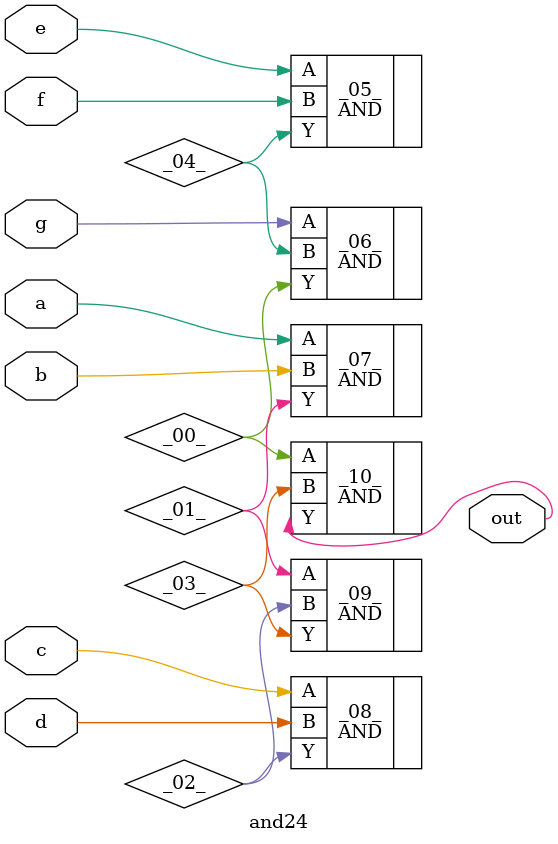
<source format=v>
/* Generated by Yosys 0.41+83 (git sha1 7045cf509, x86_64-w64-mingw32-g++ 13.2.1 -Os) */

/* cells_not_processed =  1  */
/* src = "and24.v:3.1-16.10" */
module and24(a, b, c, d, e, f, g, out);
  wire _00_;
  wire _01_;
  wire _02_;
  wire _03_;
  wire _04_;
  /* src = "and24.v:4.9-4.10" */
  input a;
  wire a;
  /* src = "and24.v:5.9-5.10" */
  input b;
  wire b;
  /* src = "and24.v:6.9-6.10" */
  input c;
  wire c;
  /* src = "and24.v:7.9-7.10" */
  input d;
  wire d;
  /* src = "and24.v:8.9-8.10" */
  input e;
  wire e;
  /* src = "and24.v:9.9-9.10" */
  input f;
  wire f;
  /* src = "and24.v:10.9-10.10" */
  input g;
  wire g;
  /* src = "and24.v:11.10-11.13" */
  output out;
  wire out;
  AND _05_ (
    .A(e),
    .B(f),
    .Y(_04_)
  );
  AND _06_ (
    .A(g),
    .B(_04_),
    .Y(_00_)
  );
  AND _07_ (
    .A(a),
    .B(b),
    .Y(_01_)
  );
  AND _08_ (
    .A(c),
    .B(d),
    .Y(_02_)
  );
  AND _09_ (
    .A(_01_),
    .B(_02_),
    .Y(_03_)
  );
  AND _10_ (
    .A(_00_),
    .B(_03_),
    .Y(out)
  );
endmodule

</source>
